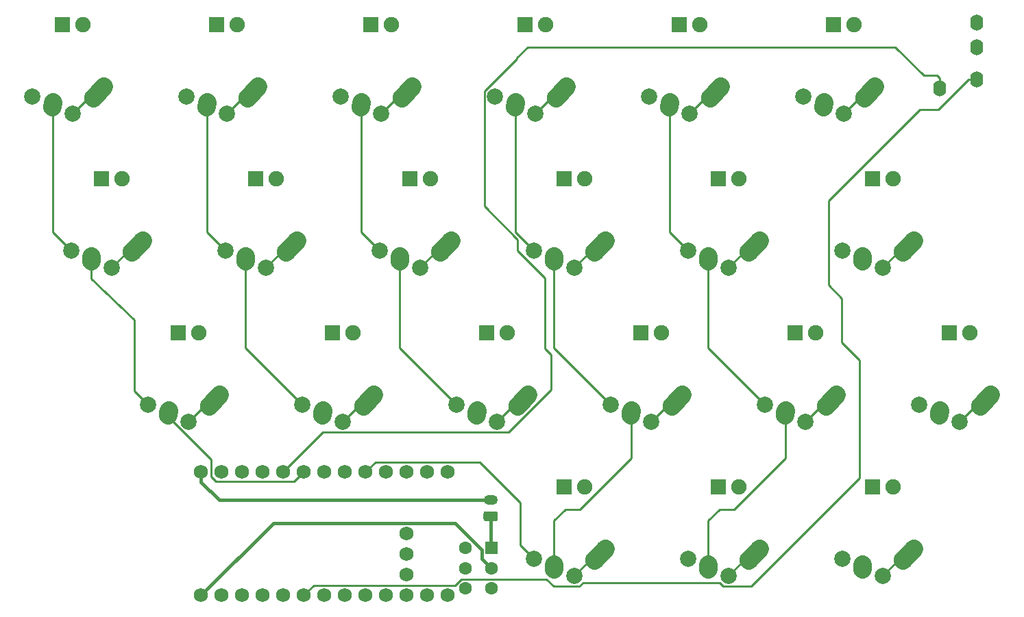
<source format=gtl>
G04 #@! TF.GenerationSoftware,KiCad,Pcbnew,(5.1.4)-1*
G04 #@! TF.CreationDate,2021-01-05T09:43:32-08:00*
G04 #@! TF.ProjectId,andante-classic,616e6461-6e74-4652-9d63-6c6173736963,rev?*
G04 #@! TF.SameCoordinates,Original*
G04 #@! TF.FileFunction,Copper,L1,Top*
G04 #@! TF.FilePolarity,Positive*
%FSLAX46Y46*%
G04 Gerber Fmt 4.6, Leading zero omitted, Abs format (unit mm)*
G04 Created by KiCad (PCBNEW (5.1.4)-1) date 2021-01-05 09:43:32*
%MOMM*%
%LPD*%
G04 APERTURE LIST*
%ADD10R,1.905000X1.905000*%
%ADD11C,1.905000*%
%ADD12C,2.000000*%
%ADD13C,2.250000*%
%ADD14C,2.250000*%
%ADD15C,1.752600*%
%ADD16O,1.750000X1.200000*%
%ADD17C,0.100000*%
%ADD18C,1.200000*%
%ADD19C,1.600000*%
%ADD20R,1.600000X1.600000*%
%ADD21O,1.600000X2.000000*%
%ADD22C,0.250000*%
%ADD23C,0.400000*%
G04 APERTURE END LIST*
D10*
X128317500Y-81632500D03*
D11*
X130857500Y-81632500D03*
D12*
X129587500Y-92612500D03*
X124587500Y-90512500D03*
D13*
X132087500Y-90712500D03*
X132742505Y-89982504D03*
D14*
X133397500Y-89252500D02*
X132087510Y-90712508D01*
D13*
X127047500Y-91792500D03*
X127067729Y-91502516D03*
D14*
X127087500Y-91212500D02*
X127047958Y-91792532D01*
D10*
X80692500Y-62582500D03*
D11*
X83232500Y-62582500D03*
D12*
X81962500Y-73562500D03*
X76962500Y-71462500D03*
D13*
X84462500Y-71662500D03*
X85117505Y-70932504D03*
D14*
X85772500Y-70202500D02*
X84462510Y-71662508D01*
D13*
X79422500Y-72742500D03*
X79442729Y-72452516D03*
D14*
X79462500Y-72162500D02*
X79422958Y-72742532D01*
D10*
X33067500Y-43532500D03*
D11*
X35607500Y-43532500D03*
D12*
X34337500Y-54512500D03*
X29337500Y-52412500D03*
D13*
X36837500Y-52612500D03*
X37492505Y-51882504D03*
D14*
X38147500Y-51152500D02*
X36837510Y-52612508D01*
D13*
X31797500Y-53692500D03*
X31817729Y-53402516D03*
D14*
X31837500Y-53112500D02*
X31797958Y-53692532D01*
D10*
X42592500Y-62582500D03*
D11*
X45132500Y-62582500D03*
D12*
X43862500Y-73562500D03*
X38862500Y-71462500D03*
D13*
X46362500Y-71662500D03*
X47017505Y-70932504D03*
D14*
X47672500Y-70202500D02*
X46362510Y-71662508D01*
D13*
X41322500Y-72742500D03*
X41342729Y-72452516D03*
D14*
X41362500Y-72162500D02*
X41322958Y-72742532D01*
D10*
X85455000Y-24482500D03*
D11*
X87995000Y-24482500D03*
D12*
X86725000Y-35462500D03*
X81725000Y-33362500D03*
D13*
X89225000Y-33562500D03*
X89880005Y-32832504D03*
D14*
X90535000Y-32102500D02*
X89225010Y-33562508D01*
D13*
X84185000Y-34642500D03*
X84205229Y-34352516D03*
D14*
X84225000Y-34062500D02*
X84185458Y-34642532D01*
D10*
X118792500Y-62582500D03*
D11*
X121332500Y-62582500D03*
D12*
X120062500Y-73562500D03*
X115062500Y-71462500D03*
D13*
X122562500Y-71662500D03*
X123217505Y-70932504D03*
D14*
X123872500Y-70202500D02*
X122562510Y-71662508D01*
D13*
X117522500Y-72742500D03*
X117542729Y-72452516D03*
D14*
X117562500Y-72162500D02*
X117522958Y-72742532D01*
D15*
X47950538Y-95028380D03*
X50490538Y-95028380D03*
X53030538Y-95028380D03*
X55570538Y-95028380D03*
X58110538Y-95028380D03*
X60650538Y-95028380D03*
X63190538Y-95028380D03*
X65730538Y-95028380D03*
X68270538Y-95028380D03*
X70810538Y-95028380D03*
X73350538Y-95028380D03*
X75890538Y-79788380D03*
X73350538Y-79788380D03*
X70810538Y-79788380D03*
X68270538Y-79788380D03*
X65730538Y-79788380D03*
X63190538Y-79788380D03*
X60650538Y-79788380D03*
X58110538Y-79788380D03*
X55570538Y-79788380D03*
X53030538Y-79788380D03*
X50490538Y-79788380D03*
X75890538Y-95028380D03*
X47950538Y-79788380D03*
X45410538Y-79788380D03*
X45410538Y-95028380D03*
X70810538Y-92488380D03*
X70810538Y-89948380D03*
X70810538Y-87408380D03*
D10*
X109267500Y-81632500D03*
D11*
X111807500Y-81632500D03*
D12*
X110537500Y-92612500D03*
X105537500Y-90512500D03*
D13*
X113037500Y-90712500D03*
X113692505Y-89982504D03*
D14*
X114347500Y-89252500D02*
X113037510Y-90712508D01*
D13*
X107997500Y-91792500D03*
X108017729Y-91502516D03*
D14*
X108037500Y-91212500D02*
X107997958Y-91792532D01*
D10*
X137842500Y-62582500D03*
D11*
X140382500Y-62582500D03*
D12*
X139112500Y-73562500D03*
X134112500Y-71462500D03*
D13*
X141612500Y-71662500D03*
X142267505Y-70932504D03*
D14*
X142922500Y-70202500D02*
X141612510Y-71662508D01*
D13*
X136572500Y-72742500D03*
X136592729Y-72452516D03*
D14*
X136612500Y-72162500D02*
X136572958Y-72742532D01*
D10*
X61642500Y-62582500D03*
D11*
X64182500Y-62582500D03*
D12*
X62912500Y-73562500D03*
X57912500Y-71462500D03*
D13*
X65412500Y-71662500D03*
X66067505Y-70932504D03*
D14*
X66722500Y-70202500D02*
X65412510Y-71662508D01*
D13*
X60372500Y-72742500D03*
X60392729Y-72452516D03*
D14*
X60412500Y-72162500D02*
X60372958Y-72742532D01*
D10*
X99742500Y-62582500D03*
D11*
X102282500Y-62582500D03*
D12*
X101012500Y-73562500D03*
X96012500Y-71462500D03*
D13*
X103512500Y-71662500D03*
X104167505Y-70932504D03*
D14*
X104822500Y-70202500D02*
X103512510Y-71662508D01*
D13*
X98472500Y-72742500D03*
X98492729Y-72452516D03*
D14*
X98512500Y-72162500D02*
X98472958Y-72742532D01*
D16*
X81168750Y-83252000D03*
D17*
G36*
X81818255Y-84653204D02*
G01*
X81842523Y-84656804D01*
X81866322Y-84662765D01*
X81889421Y-84671030D01*
X81911600Y-84681520D01*
X81932643Y-84694132D01*
X81952349Y-84708747D01*
X81970527Y-84725223D01*
X81987003Y-84743401D01*
X82001618Y-84763107D01*
X82014230Y-84784150D01*
X82024720Y-84806329D01*
X82032985Y-84829428D01*
X82038946Y-84853227D01*
X82042546Y-84877495D01*
X82043750Y-84901999D01*
X82043750Y-85602001D01*
X82042546Y-85626505D01*
X82038946Y-85650773D01*
X82032985Y-85674572D01*
X82024720Y-85697671D01*
X82014230Y-85719850D01*
X82001618Y-85740893D01*
X81987003Y-85760599D01*
X81970527Y-85778777D01*
X81952349Y-85795253D01*
X81932643Y-85809868D01*
X81911600Y-85822480D01*
X81889421Y-85832970D01*
X81866322Y-85841235D01*
X81842523Y-85847196D01*
X81818255Y-85850796D01*
X81793751Y-85852000D01*
X80543749Y-85852000D01*
X80519245Y-85850796D01*
X80494977Y-85847196D01*
X80471178Y-85841235D01*
X80448079Y-85832970D01*
X80425900Y-85822480D01*
X80404857Y-85809868D01*
X80385151Y-85795253D01*
X80366973Y-85778777D01*
X80350497Y-85760599D01*
X80335882Y-85740893D01*
X80323270Y-85719850D01*
X80312780Y-85697671D01*
X80304515Y-85674572D01*
X80298554Y-85650773D01*
X80294954Y-85626505D01*
X80293750Y-85602001D01*
X80293750Y-84901999D01*
X80294954Y-84877495D01*
X80298554Y-84853227D01*
X80304515Y-84829428D01*
X80312780Y-84806329D01*
X80323270Y-84784150D01*
X80335882Y-84763107D01*
X80350497Y-84743401D01*
X80366973Y-84725223D01*
X80385151Y-84708747D01*
X80404857Y-84694132D01*
X80425900Y-84681520D01*
X80448079Y-84671030D01*
X80471178Y-84662765D01*
X80494977Y-84656804D01*
X80519245Y-84653204D01*
X80543749Y-84652000D01*
X81793751Y-84652000D01*
X81818255Y-84653204D01*
X81818255Y-84653204D01*
G37*
D18*
X81168750Y-85252000D03*
D10*
X104505000Y-24482500D03*
D11*
X107045000Y-24482500D03*
D12*
X105775000Y-35462500D03*
X100775000Y-33362500D03*
D13*
X108275000Y-33562500D03*
X108930005Y-32832504D03*
D14*
X109585000Y-32102500D02*
X108275010Y-33562508D01*
D13*
X103235000Y-34642500D03*
X103255229Y-34352516D03*
D14*
X103275000Y-34062500D02*
X103235458Y-34642532D01*
D19*
X78064000Y-94189000D03*
X78064000Y-91689000D03*
X78064000Y-89189000D03*
X81264000Y-94189000D03*
X81264000Y-91689000D03*
D20*
X81264000Y-89189000D03*
D10*
X90217500Y-81632500D03*
D11*
X92757500Y-81632500D03*
D12*
X91487500Y-92612500D03*
X86487500Y-90512500D03*
D13*
X93987500Y-90712500D03*
X94642505Y-89982504D03*
D14*
X95297500Y-89252500D02*
X93987510Y-90712508D01*
D13*
X88947500Y-91792500D03*
X88967729Y-91502516D03*
D14*
X88987500Y-91212500D02*
X88947958Y-91792532D01*
D10*
X123555000Y-24482500D03*
D11*
X126095000Y-24482500D03*
D12*
X124825000Y-35462500D03*
X119825000Y-33362500D03*
D13*
X127325000Y-33562500D03*
X127980005Y-32832504D03*
D14*
X128635000Y-32102500D02*
X127325010Y-33562508D01*
D13*
X122285000Y-34642500D03*
X122305229Y-34352516D03*
D14*
X122325000Y-34062500D02*
X122285458Y-34642532D01*
D10*
X47355000Y-24482500D03*
D11*
X49895000Y-24482500D03*
D12*
X48625000Y-35462500D03*
X43625000Y-33362500D03*
D13*
X51125000Y-33562500D03*
X51780005Y-32832504D03*
D14*
X52435000Y-32102500D02*
X51125010Y-33562508D01*
D13*
X46085000Y-34642500D03*
X46105229Y-34352516D03*
D14*
X46125000Y-34062500D02*
X46085458Y-34642532D01*
D10*
X52117500Y-43532500D03*
D11*
X54657500Y-43532500D03*
D12*
X53387500Y-54512500D03*
X48387500Y-52412500D03*
D13*
X55887500Y-52612500D03*
X56542505Y-51882504D03*
D14*
X57197500Y-51152500D02*
X55887510Y-52612508D01*
D13*
X50847500Y-53692500D03*
X50867729Y-53402516D03*
D14*
X50887500Y-53112500D02*
X50847958Y-53692532D01*
D10*
X90217500Y-43532500D03*
D11*
X92757500Y-43532500D03*
D12*
X91487500Y-54512500D03*
X86487500Y-52412500D03*
D13*
X93987500Y-52612500D03*
X94642505Y-51882504D03*
D14*
X95297500Y-51152500D02*
X93987510Y-52612508D01*
D13*
X88947500Y-53692500D03*
X88967729Y-53402516D03*
D14*
X88987500Y-53112500D02*
X88947958Y-53692532D01*
D10*
X28305000Y-24482500D03*
D11*
X30845000Y-24482500D03*
D12*
X29575000Y-35462500D03*
X24575000Y-33362500D03*
D13*
X32075000Y-33562500D03*
X32730005Y-32832504D03*
D14*
X33385000Y-32102500D02*
X32075010Y-33562508D01*
D13*
X27035000Y-34642500D03*
X27055229Y-34352516D03*
D14*
X27075000Y-34062500D02*
X27035458Y-34642532D01*
D10*
X66405000Y-24482500D03*
D11*
X68945000Y-24482500D03*
D12*
X67675000Y-35462500D03*
X62675000Y-33362500D03*
D13*
X70175000Y-33562500D03*
X70830005Y-32832504D03*
D14*
X71485000Y-32102500D02*
X70175010Y-33562508D01*
D13*
X65135000Y-34642500D03*
X65155229Y-34352516D03*
D14*
X65175000Y-34062500D02*
X65135458Y-34642532D01*
D10*
X128317500Y-43532500D03*
D11*
X130857500Y-43532500D03*
D12*
X129587500Y-54512500D03*
X124587500Y-52412500D03*
D13*
X132087500Y-52612500D03*
X132742505Y-51882504D03*
D14*
X133397500Y-51152500D02*
X132087510Y-52612508D01*
D13*
X127047500Y-53692500D03*
X127067729Y-53402516D03*
D14*
X127087500Y-53112500D02*
X127047958Y-53692532D01*
D21*
X141250000Y-27250000D03*
X141250000Y-24250000D03*
X141250000Y-31250000D03*
X136650000Y-32350000D03*
D10*
X71167500Y-43532500D03*
D11*
X73707500Y-43532500D03*
D12*
X72437500Y-54512500D03*
X67437500Y-52412500D03*
D13*
X74937500Y-52612500D03*
X75592505Y-51882504D03*
D14*
X76247500Y-51152500D02*
X74937510Y-52612508D01*
D13*
X69897500Y-53692500D03*
X69917729Y-53402516D03*
D14*
X69937500Y-53112500D02*
X69897958Y-53692532D01*
D10*
X109267500Y-43532500D03*
D11*
X111807500Y-43532500D03*
D12*
X110537500Y-54512500D03*
X105537500Y-52412500D03*
D13*
X113037500Y-52612500D03*
X113692505Y-51882504D03*
D14*
X114347500Y-51152500D02*
X113037510Y-52612508D01*
D13*
X107997500Y-53692500D03*
X108017729Y-53402516D03*
D14*
X108037500Y-53112500D02*
X107997958Y-53692532D01*
D22*
X32935000Y-32102500D02*
X33385000Y-32102500D01*
X29575000Y-35462500D02*
X32935000Y-32102500D01*
X27075000Y-50150000D02*
X29337500Y-52412500D01*
X46611839Y-80365005D02*
X46611839Y-78272841D01*
X58110538Y-79788380D02*
X56909237Y-80989681D01*
X37862501Y-70462501D02*
X38862500Y-71462500D01*
X47236515Y-80989681D02*
X46611839Y-80365005D01*
X31837500Y-53112500D02*
X31837500Y-53652500D01*
X56909237Y-80989681D02*
X47236515Y-80989681D01*
X31837500Y-55878800D02*
X37118800Y-60969600D01*
X37187499Y-69787499D02*
X37862501Y-70462501D01*
X31837500Y-53112500D02*
X31837500Y-55878800D01*
X41362500Y-73023502D02*
X41362500Y-72162500D01*
X46611839Y-78272841D02*
X41362500Y-73023502D01*
X31837500Y-53652500D02*
X31797500Y-53692500D01*
X37118800Y-60969600D02*
X37187499Y-69787499D01*
X26775001Y-34362499D02*
X27075000Y-34062500D01*
X31537501Y-53412499D02*
X31837500Y-53112500D01*
X27075000Y-34062500D02*
X27075000Y-50150000D01*
X136324964Y-30774964D02*
X134668015Y-30774964D01*
X88637501Y-69633501D02*
X88637501Y-65294501D01*
X88637501Y-65294501D02*
X87907501Y-64564501D01*
X84510001Y-52396003D02*
X84510001Y-51071411D01*
X80399999Y-32726499D02*
X84406099Y-28720399D01*
X84406099Y-28577403D02*
X85739903Y-27243599D01*
X84510001Y-51071411D02*
X80399999Y-46961409D01*
X87907501Y-55793503D02*
X84510001Y-52396003D01*
X60471417Y-74887501D02*
X83383501Y-74887501D01*
X85739903Y-27243599D02*
X131136650Y-27243599D01*
X84406099Y-28720399D02*
X84406099Y-28577403D01*
X136650000Y-32350000D02*
X136650000Y-31100000D01*
X136650000Y-31100000D02*
X136324964Y-30774964D01*
X87907501Y-64564501D02*
X87907501Y-55793503D01*
X80399999Y-46961409D02*
X80399999Y-32726499D01*
X55570538Y-79788380D02*
X60471417Y-74887501D01*
X83383501Y-74887501D02*
X88637501Y-69633501D01*
X134668015Y-30774964D02*
X131136650Y-27243599D01*
X50525000Y-33562500D02*
X51125000Y-33562500D01*
X48625000Y-35462500D02*
X50525000Y-33562500D01*
X67675000Y-35462500D02*
X71035000Y-32102500D01*
X71035000Y-32102500D02*
X71485000Y-32102500D01*
X86725000Y-35462500D02*
X90085000Y-32102500D01*
X90085000Y-32102500D02*
X90535000Y-32102500D01*
X109135000Y-32102500D02*
X109585000Y-32102500D01*
X105775000Y-35462500D02*
X109135000Y-32102500D01*
X126725000Y-33562500D02*
X127325000Y-33562500D01*
X124825000Y-35462500D02*
X126725000Y-33562500D01*
X36237500Y-52612500D02*
X36837500Y-52612500D01*
X34337500Y-54512500D02*
X36237500Y-52612500D01*
X53387500Y-54512500D02*
X56747500Y-51152500D01*
X56747500Y-51152500D02*
X57197500Y-51152500D01*
X72437500Y-54512500D02*
X75797500Y-51152500D01*
X75797500Y-51152500D02*
X76247500Y-51152500D01*
X94847500Y-51152500D02*
X95297500Y-51152500D01*
X91487500Y-54512500D02*
X94847500Y-51152500D01*
X110537500Y-54512500D02*
X112437500Y-52612500D01*
X112437500Y-52612500D02*
X113037500Y-52612500D01*
X129587500Y-54512500D02*
X131487500Y-52612500D01*
X131487500Y-52612500D02*
X132087500Y-52612500D01*
X43862500Y-73562500D02*
X45762500Y-71662500D01*
X45762500Y-71662500D02*
X46362500Y-71662500D01*
X62912500Y-73562500D02*
X64812500Y-71662500D01*
X64812500Y-71662500D02*
X65412500Y-71662500D01*
X81962500Y-73562500D02*
X85322500Y-70202500D01*
X85322500Y-70202500D02*
X85772500Y-70202500D01*
X101012500Y-73562500D02*
X102912500Y-71662500D01*
X102912500Y-71662500D02*
X103512500Y-71662500D01*
X121962500Y-71662500D02*
X122562500Y-71662500D01*
X120062500Y-73562500D02*
X121962500Y-71662500D01*
X142472500Y-70202500D02*
X142922500Y-70202500D01*
X139112500Y-73562500D02*
X142472500Y-70202500D01*
X93387500Y-90712500D02*
X93987500Y-90712500D01*
X91487500Y-92612500D02*
X93387500Y-90712500D01*
X112437500Y-90712500D02*
X113037500Y-90712500D01*
X110537500Y-92612500D02*
X112437500Y-90712500D01*
X131487500Y-90712500D02*
X132087500Y-90712500D01*
X129587500Y-92612500D02*
X131487500Y-90712500D01*
X50887500Y-53112500D02*
X50887500Y-64437500D01*
X46125000Y-34062500D02*
X46125000Y-50150000D01*
X50887500Y-64437500D02*
X57912500Y-71462500D01*
X46125000Y-50150000D02*
X48387500Y-52412500D01*
X65175000Y-34062500D02*
X65175000Y-50150000D01*
X69937500Y-64437500D02*
X76962500Y-71462500D01*
X69937500Y-53112500D02*
X69937500Y-64437500D01*
X65175000Y-50150000D02*
X67437500Y-52412500D01*
X88947500Y-85820526D02*
X88947500Y-90201510D01*
X84225000Y-34062500D02*
X84225000Y-50150000D01*
X65730538Y-79788380D02*
X66931839Y-78587079D01*
X98512500Y-72162500D02*
X98512500Y-78100000D01*
X84225000Y-50150000D02*
X86487500Y-52412500D01*
X98512500Y-78100000D02*
X92218901Y-84393599D01*
X90374427Y-84393599D02*
X88947500Y-85820526D01*
X84812499Y-88837499D02*
X85487501Y-89512501D01*
X98512500Y-72702500D02*
X98472500Y-72742500D01*
X84225000Y-34602500D02*
X84185000Y-34642500D01*
X79801490Y-78587079D02*
X84812499Y-83598088D01*
X98512500Y-72162500D02*
X98512500Y-72702500D01*
X84225000Y-34062500D02*
X84225000Y-34602500D01*
X88987500Y-64437500D02*
X96012500Y-71462500D01*
X92218901Y-84393599D02*
X90374427Y-84393599D01*
X84812499Y-83598088D02*
X84812499Y-88837499D01*
X88947500Y-90201510D02*
X88947500Y-91792500D01*
X88987500Y-53112500D02*
X88987500Y-64437500D01*
X85487501Y-89512501D02*
X86487500Y-90512500D01*
X66931839Y-78587079D02*
X79801490Y-78587079D01*
X109424427Y-84393599D02*
X107997500Y-85820526D01*
X107997500Y-85820526D02*
X107997500Y-90201510D01*
X111268901Y-84393599D02*
X109424427Y-84393599D01*
X103275000Y-34062500D02*
X103275000Y-50150000D01*
X108037500Y-53112500D02*
X108037500Y-64437500D01*
X117562500Y-78100000D02*
X111268901Y-84393599D01*
X117562500Y-72162500D02*
X117562500Y-78100000D01*
X103275000Y-50150000D02*
X105537500Y-52412500D01*
X108037500Y-64437500D02*
X115062500Y-71462500D01*
X107997500Y-90201510D02*
X107997500Y-91792500D01*
X127047500Y-90201510D02*
X127047500Y-91792500D01*
X122912499Y-46251501D02*
X134112000Y-35052000D01*
X122912499Y-56677501D02*
X122912499Y-46251501D01*
X134199962Y-34964038D02*
X136485962Y-34964038D01*
X88072997Y-93063999D02*
X88946499Y-93937501D01*
X59311839Y-93827079D02*
X76760919Y-93827079D01*
X92589002Y-93472000D02*
X109435998Y-93472000D01*
X134112000Y-35052000D02*
X134199962Y-34964038D01*
X76760919Y-93827079D02*
X77523999Y-93063999D01*
X88946499Y-93937501D02*
X92123501Y-93937501D01*
X124557499Y-58322501D02*
X122912499Y-56677501D01*
X58110538Y-95028380D02*
X59311839Y-93827079D01*
X140200000Y-31250000D02*
X141250000Y-31250000D01*
X109435998Y-93472000D02*
X109901499Y-93937501D01*
X92123501Y-93937501D02*
X92589002Y-93472000D01*
X77523999Y-93063999D02*
X88072997Y-93063999D01*
X109901499Y-93937501D02*
X113326499Y-93937501D01*
X126737501Y-65990503D02*
X124557499Y-63810501D01*
X124557499Y-63810501D02*
X124557499Y-58322501D01*
X136485962Y-34964038D02*
X140200000Y-31250000D01*
X113326499Y-93937501D02*
X126737501Y-80526499D01*
X126737501Y-80526499D02*
X126737501Y-65990503D01*
D23*
X79893750Y-83252000D02*
X81168750Y-83252000D01*
X47634883Y-83252000D02*
X79893750Y-83252000D01*
X45410538Y-81027655D02*
X47634883Y-83252000D01*
X45410538Y-79788380D02*
X45410538Y-81027655D01*
X81168750Y-89093750D02*
X81264000Y-89189000D01*
X81168750Y-85252000D02*
X81168750Y-89093750D01*
X80730600Y-88757200D02*
X81327500Y-89354100D01*
X54306839Y-86132079D02*
X76783081Y-86132079D01*
X80464001Y-90889001D02*
X81264000Y-91689000D01*
X80063999Y-90488999D02*
X80464001Y-90889001D01*
X76783081Y-86132079D02*
X80063999Y-89412997D01*
X45410538Y-95028380D02*
X54306839Y-86132079D01*
X80063999Y-89412997D02*
X80063999Y-90488999D01*
M02*

</source>
